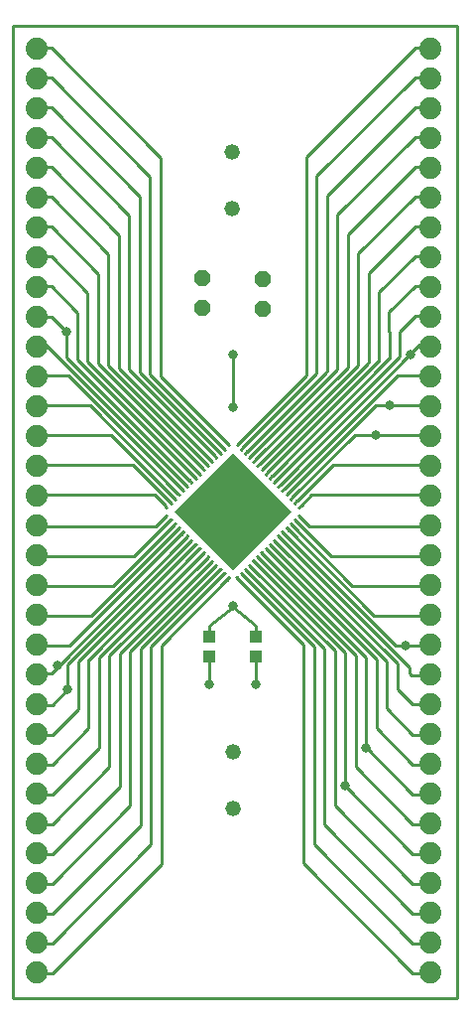
<source format=gtl>
G75*
G70*
%OFA0B0*%
%FSLAX24Y24*%
%IPPOS*%
%LPD*%
%AMOC8*
5,1,8,0,0,1.08239X$1,22.5*
%
%ADD10C,0.0098*%
%ADD11R,0.2795X0.2795*%
%ADD12C,0.0520*%
%ADD13R,0.0394X0.0433*%
%ADD14OC8,0.0520*%
%ADD15C,0.0742*%
%ADD16C,0.0320*%
D10*
X000156Y000156D02*
X000156Y032783D01*
X015081Y032783D01*
X015083Y032781D01*
X015083Y000156D01*
X000156Y000156D01*
X001038Y000989D02*
X001488Y000989D01*
X005161Y004661D01*
X005161Y012004D01*
X005157Y011996D02*
X007425Y014276D01*
X007431Y014281D02*
X007349Y014199D01*
X007210Y014339D02*
X007292Y014421D01*
X007279Y014409D02*
X004811Y011942D01*
X004811Y011941D02*
X004811Y005311D01*
X001488Y001989D01*
X001038Y001989D01*
X001038Y002989D02*
X001488Y002989D01*
X004461Y005961D01*
X004461Y011878D01*
X004466Y011887D02*
X007146Y014554D01*
X007153Y014560D02*
X007071Y014478D01*
X006931Y014617D02*
X007013Y014699D01*
X006998Y014685D02*
X004106Y011793D01*
X004111Y011791D02*
X004111Y006611D01*
X001488Y003989D01*
X001038Y003989D01*
X001038Y004989D02*
X001488Y004989D01*
X003761Y007261D01*
X003761Y011728D01*
X003762Y011728D02*
X006867Y014833D01*
X006874Y014838D02*
X006792Y014756D01*
X006653Y014895D02*
X006735Y014977D01*
X006727Y014970D02*
X003409Y011653D01*
X003411Y011653D02*
X003411Y007911D01*
X001488Y005989D01*
X001038Y005989D01*
X001038Y006989D02*
X001488Y006989D01*
X003061Y008561D01*
X003061Y011579D01*
X003063Y011586D02*
X006593Y015116D01*
X006596Y015117D02*
X006514Y015035D01*
X006375Y015174D02*
X006457Y015256D01*
X006446Y015246D02*
X002703Y011504D01*
X002711Y011516D02*
X002711Y010519D01*
X002713Y010564D02*
X002713Y009214D01*
X001488Y007989D01*
X001038Y007989D01*
X001038Y008989D02*
X001488Y008989D01*
X002363Y009864D01*
X002363Y010539D01*
X002361Y010519D02*
X002361Y011441D01*
X002363Y011444D02*
X006293Y015374D01*
X006318Y015395D02*
X006236Y015313D01*
X006096Y015452D02*
X006178Y015534D01*
X006153Y015509D02*
X002011Y011366D01*
X002011Y010519D01*
X001491Y009999D01*
X001041Y009999D01*
X000976Y011056D02*
X001466Y011056D01*
X006016Y015651D01*
X006039Y015673D02*
X005957Y015591D01*
X005818Y015731D02*
X005900Y015813D01*
X005871Y015784D02*
X002071Y011984D01*
X001016Y011984D01*
X001013Y012989D02*
X002796Y012989D01*
X005736Y015929D01*
X005761Y015952D02*
X005679Y015870D01*
X005540Y016009D02*
X005622Y016091D01*
X005598Y016069D02*
X003518Y013989D01*
X001013Y013989D01*
X001013Y014989D02*
X004238Y014989D01*
X005458Y016209D01*
X005482Y016230D02*
X005400Y016148D01*
X005261Y016287D02*
X005343Y016369D01*
X005328Y016354D02*
X004963Y015989D01*
X000988Y015989D01*
X000948Y017043D02*
X004923Y017043D01*
X005288Y016678D01*
X005261Y016703D02*
X005343Y016621D01*
X005482Y016761D02*
X005400Y016843D01*
X005418Y016823D02*
X004198Y018043D01*
X000973Y018043D01*
X000973Y019043D02*
X003478Y019043D01*
X005558Y016963D01*
X005540Y016982D02*
X005622Y016900D01*
X005761Y017039D02*
X005679Y017121D01*
X005696Y017103D02*
X002756Y020043D01*
X000973Y020043D01*
X000976Y021048D02*
X002031Y021048D01*
X005831Y017248D01*
X005818Y017260D02*
X005900Y017178D01*
X006039Y017317D02*
X005957Y017399D01*
X005976Y017381D02*
X001301Y022056D01*
X000976Y022056D01*
X001001Y023033D02*
X001451Y023033D01*
X001971Y022513D01*
X001971Y021666D01*
X006113Y017523D01*
X006096Y017539D02*
X006178Y017457D01*
X006318Y017596D02*
X006236Y017678D01*
X006253Y017658D02*
X002323Y021588D01*
X002321Y021591D02*
X002321Y022513D01*
X002323Y022493D02*
X002323Y023168D01*
X002273Y023218D01*
X001453Y024043D01*
X000998Y024043D01*
X000998Y025043D02*
X001453Y025043D01*
X002673Y023818D01*
X002673Y022468D01*
X002671Y022513D02*
X002671Y021516D01*
X002663Y021528D02*
X006406Y017786D01*
X006375Y017817D02*
X006457Y017735D01*
X006596Y017874D02*
X006514Y017956D01*
X006553Y017916D02*
X003023Y021446D01*
X003021Y021453D02*
X003021Y024471D01*
X001453Y026043D01*
X000998Y026043D01*
X000998Y027043D02*
X001461Y027043D01*
X003371Y025121D01*
X003371Y021379D01*
X003369Y021379D02*
X006687Y018062D01*
X006653Y018095D02*
X006735Y018013D01*
X006874Y018153D02*
X006792Y018235D01*
X006827Y018199D02*
X003722Y021304D01*
X003721Y021304D02*
X003721Y025771D01*
X001453Y028043D01*
X000998Y028043D01*
X000998Y029043D02*
X001453Y029043D01*
X004071Y026421D01*
X004071Y021241D01*
X004066Y021239D02*
X006958Y018347D01*
X006931Y018374D02*
X007013Y018292D01*
X007153Y018431D02*
X007071Y018513D01*
X007106Y018478D02*
X004426Y021145D01*
X004421Y021154D02*
X004421Y027071D01*
X001453Y030043D01*
X000998Y030043D01*
X000998Y031043D02*
X001453Y031043D01*
X004771Y027721D01*
X004771Y021091D01*
X004771Y021090D02*
X007239Y018623D01*
X007210Y018652D02*
X007292Y018570D01*
X007431Y018709D02*
X007349Y018791D01*
X007385Y018756D02*
X005117Y021036D01*
X005121Y021028D02*
X005121Y028371D01*
X001453Y032043D01*
X000998Y032043D01*
X007573Y021743D02*
X007573Y019993D01*
X007752Y018779D02*
X010019Y021059D01*
X010016Y021051D02*
X010016Y028393D01*
X013689Y032066D01*
X013688Y032066D02*
X014086Y032066D01*
X014139Y031066D02*
X013689Y031066D01*
X010366Y027743D01*
X010366Y021113D01*
X007898Y018645D01*
X007904Y018652D02*
X007822Y018570D01*
X007683Y018709D02*
X007765Y018791D01*
X008031Y018500D02*
X010711Y021168D01*
X010716Y021176D02*
X010716Y027093D01*
X013689Y030066D01*
X014139Y030066D01*
X014139Y029066D02*
X013689Y029066D01*
X011066Y026443D01*
X011066Y021263D01*
X011071Y021262D02*
X008179Y018369D01*
X008183Y018374D02*
X008101Y018292D01*
X008240Y018153D02*
X008322Y018235D01*
X008310Y018222D02*
X011415Y021327D01*
X011416Y021326D02*
X011416Y025793D01*
X013689Y028066D01*
X014139Y028066D01*
X014139Y027066D02*
X013689Y027066D01*
X011766Y025143D01*
X011766Y021401D01*
X011767Y021402D02*
X008450Y018084D01*
X008461Y018095D02*
X008379Y018013D01*
X008518Y017874D02*
X008600Y017956D01*
X008584Y017939D02*
X012114Y021469D01*
X012116Y021476D02*
X012116Y024493D01*
X013689Y026066D01*
X014139Y026066D01*
X014139Y025066D02*
X013689Y025066D01*
X012464Y023841D01*
X012464Y022491D01*
X012466Y022536D02*
X012466Y021538D01*
X012474Y021551D02*
X008731Y017808D01*
X008740Y017817D02*
X008658Y017735D01*
X008797Y017596D02*
X008879Y017678D01*
X008884Y017681D02*
X012814Y021611D01*
X012816Y021613D02*
X012816Y022536D01*
X012814Y022516D02*
X012814Y023191D01*
X013689Y024066D01*
X014139Y024066D01*
X014136Y023056D02*
X013686Y023056D01*
X013166Y022536D01*
X013166Y021688D01*
X009024Y017546D01*
X009018Y017539D02*
X008936Y017457D01*
X009075Y017317D02*
X009157Y017399D01*
X009161Y017403D02*
X013836Y022078D01*
X014161Y022078D01*
X014161Y021071D02*
X013106Y021071D01*
X009306Y017271D01*
X009296Y017260D02*
X009214Y017178D01*
X009353Y017039D02*
X009435Y017121D01*
X009441Y017126D02*
X012381Y020066D01*
X014164Y020066D01*
X014164Y019066D02*
X011659Y019066D01*
X009579Y016986D01*
X009575Y016982D02*
X009493Y016900D01*
X009632Y016761D02*
X009714Y016843D01*
X009719Y016846D02*
X010939Y018066D01*
X014164Y018066D01*
X014189Y017066D02*
X010214Y017066D01*
X009849Y016701D01*
X009853Y016703D02*
X009771Y016621D01*
X009771Y016369D02*
X010136Y016004D01*
X014111Y016004D01*
X014086Y015004D02*
X010861Y015004D01*
X009641Y016224D01*
X009632Y016230D02*
X009714Y016148D01*
X009575Y016009D02*
X009493Y016091D01*
X009501Y016084D02*
X011581Y014004D01*
X014086Y014004D01*
X014086Y013004D02*
X012304Y013004D01*
X009364Y015944D01*
X009353Y015952D02*
X009435Y015870D01*
X009296Y015731D02*
X009214Y015813D01*
X009229Y015799D02*
X013029Y011999D01*
X014084Y011999D01*
X014173Y010993D02*
X013573Y010993D01*
X013498Y011068D01*
X013498Y011243D01*
X013499Y011241D02*
X009084Y015666D01*
X009075Y015673D02*
X009157Y015591D01*
X009018Y015452D02*
X008936Y015534D01*
X008946Y015524D02*
X013089Y011381D01*
X013089Y010534D01*
X013609Y010014D01*
X014059Y010014D01*
X014061Y009004D02*
X013611Y009004D01*
X012736Y009879D01*
X012736Y010554D01*
X012739Y010534D02*
X012739Y011456D01*
X012736Y011459D02*
X008806Y015389D01*
X008797Y015395D02*
X008879Y015313D01*
X008740Y015174D02*
X008658Y015256D01*
X008654Y015261D02*
X012396Y011519D01*
X012389Y011531D02*
X012389Y010534D01*
X012386Y010579D02*
X012386Y009229D01*
X013611Y008004D01*
X014061Y008004D01*
X014061Y007004D02*
X013611Y007004D01*
X012039Y008576D01*
X012039Y011594D01*
X012036Y011601D02*
X008506Y015131D01*
X008518Y015117D02*
X008600Y015035D01*
X008461Y014895D02*
X008379Y014977D01*
X008373Y014985D02*
X011690Y011668D01*
X011689Y011668D02*
X011689Y007926D01*
X013611Y006004D01*
X014061Y006004D01*
X014061Y005004D02*
X013611Y005004D01*
X011339Y007276D01*
X011339Y011743D01*
X011337Y011743D02*
X008232Y014848D01*
X008240Y014838D02*
X008322Y014756D01*
X008183Y014617D02*
X008101Y014699D01*
X008101Y014700D02*
X010994Y011808D01*
X010989Y011806D02*
X010989Y006626D01*
X013611Y004004D01*
X014061Y004004D01*
X014061Y003004D02*
X013611Y003004D01*
X010639Y005976D01*
X010639Y011893D01*
X010634Y011902D02*
X007954Y014569D01*
X007962Y014560D02*
X008044Y014478D01*
X007904Y014339D02*
X007822Y014421D01*
X007821Y014424D02*
X010288Y011957D01*
X010289Y011956D02*
X010289Y005326D01*
X013611Y002004D01*
X014061Y002004D01*
X014061Y001004D02*
X013611Y001004D01*
X009939Y004676D01*
X009939Y012019D01*
X009942Y012011D02*
X007675Y014291D01*
X007683Y014281D02*
X007765Y014199D01*
X007548Y013293D02*
X008323Y012643D01*
X008323Y012443D01*
X008323Y011493D02*
X008323Y010693D01*
X006773Y012643D02*
X007548Y013293D01*
X006773Y012643D02*
X006773Y012443D01*
X006773Y011443D02*
X006773Y010693D01*
X009853Y016287D02*
X009771Y016369D01*
X007962Y018431D02*
X008044Y018513D01*
D11*
G36*
X007557Y014520D02*
X005582Y016495D01*
X007557Y018470D01*
X009532Y016495D01*
X007557Y014520D01*
G37*
D12*
X007574Y008413D03*
X007574Y006513D03*
X007521Y026657D03*
X007521Y028557D03*
D13*
X008316Y012284D03*
X008316Y011615D03*
X006767Y011610D03*
X006767Y012280D03*
D14*
X006533Y023312D03*
X006533Y024312D03*
X008548Y024305D03*
X008548Y023305D03*
D15*
X014190Y023036D03*
X014190Y024036D03*
X014190Y025036D03*
X014190Y026036D03*
X014190Y027036D03*
X014190Y028036D03*
X014190Y029036D03*
X014190Y030036D03*
X014190Y031036D03*
X014190Y032036D03*
X014190Y022036D03*
X014190Y021036D03*
X014190Y020036D03*
X014190Y019036D03*
X014190Y018036D03*
X014190Y017036D03*
X014190Y016036D03*
X014190Y015036D03*
X014190Y014036D03*
X014190Y013036D03*
X014190Y012036D03*
X014190Y011036D03*
X014190Y010036D03*
X014190Y009036D03*
X014190Y008036D03*
X014190Y007036D03*
X014190Y006036D03*
X014190Y005036D03*
X014190Y004036D03*
X014190Y003036D03*
X014190Y002036D03*
X014190Y001036D03*
X000970Y001036D03*
X000970Y002036D03*
X000970Y003036D03*
X000970Y004036D03*
X000970Y005036D03*
X000970Y006036D03*
X000970Y007036D03*
X000970Y008036D03*
X000970Y009036D03*
X000970Y010036D03*
X000970Y011036D03*
X000970Y012036D03*
X000970Y013036D03*
X000970Y014036D03*
X000970Y015036D03*
X000970Y016036D03*
X000970Y017036D03*
X000970Y018036D03*
X000970Y019036D03*
X000970Y020036D03*
X000970Y021036D03*
X000970Y022036D03*
X000970Y023036D03*
X000970Y024036D03*
X000970Y025036D03*
X000970Y026036D03*
X000970Y027036D03*
X000970Y028036D03*
X000970Y029036D03*
X000970Y030036D03*
X000970Y031036D03*
X000970Y032036D03*
D16*
X001963Y022511D03*
X001676Y011306D03*
X002003Y010526D03*
X006773Y010693D03*
X007548Y013306D03*
X007548Y015356D03*
X007573Y017656D03*
X007573Y019993D03*
X007573Y021743D03*
X012381Y019064D03*
X012831Y020064D03*
X013518Y021764D03*
X013361Y011994D03*
X012043Y008571D03*
X011343Y007273D03*
X008323Y010693D03*
M02*

</source>
